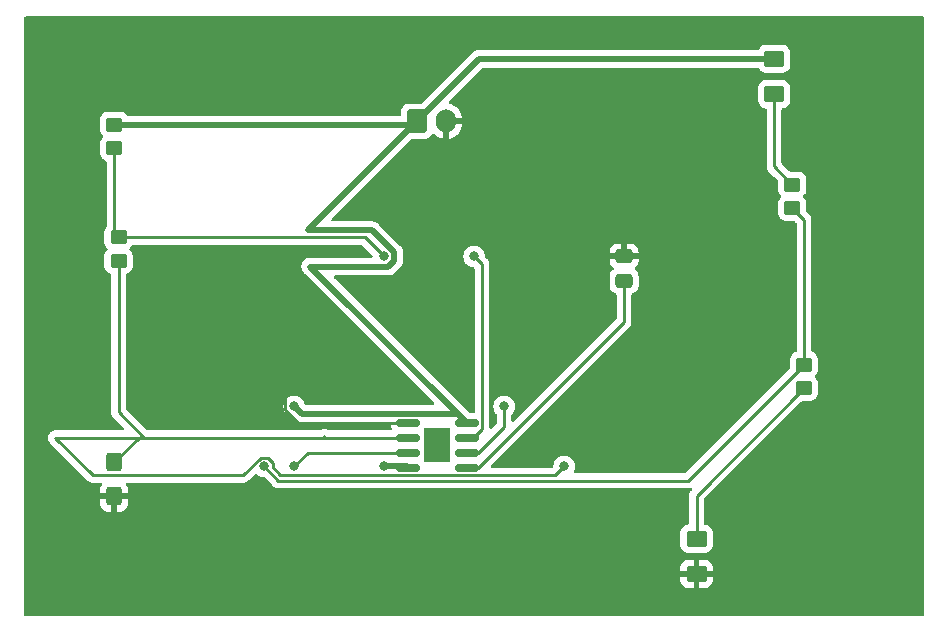
<source format=gbr>
%TF.GenerationSoftware,KiCad,Pcbnew,7.0.8*%
%TF.CreationDate,2023-10-17T13:28:15-07:00*%
%TF.ProjectId,Lab2Main,4c616232-4d61-4696-9e2e-6b696361645f,rev?*%
%TF.SameCoordinates,Original*%
%TF.FileFunction,Copper,L1,Top*%
%TF.FilePolarity,Positive*%
%FSLAX46Y46*%
G04 Gerber Fmt 4.6, Leading zero omitted, Abs format (unit mm)*
G04 Created by KiCad (PCBNEW 7.0.8) date 2023-10-17 13:28:15*
%MOMM*%
%LPD*%
G01*
G04 APERTURE LIST*
G04 Aperture macros list*
%AMRoundRect*
0 Rectangle with rounded corners*
0 $1 Rounding radius*
0 $2 $3 $4 $5 $6 $7 $8 $9 X,Y pos of 4 corners*
0 Add a 4 corners polygon primitive as box body*
4,1,4,$2,$3,$4,$5,$6,$7,$8,$9,$2,$3,0*
0 Add four circle primitives for the rounded corners*
1,1,$1+$1,$2,$3*
1,1,$1+$1,$4,$5*
1,1,$1+$1,$6,$7*
1,1,$1+$1,$8,$9*
0 Add four rect primitives between the rounded corners*
20,1,$1+$1,$2,$3,$4,$5,0*
20,1,$1+$1,$4,$5,$6,$7,0*
20,1,$1+$1,$6,$7,$8,$9,0*
20,1,$1+$1,$8,$9,$2,$3,0*%
G04 Aperture macros list end*
%TA.AperFunction,SMDPad,CuDef*%
%ADD10RoundRect,0.150000X-0.825000X-0.150000X0.825000X-0.150000X0.825000X0.150000X-0.825000X0.150000X0*%
%TD*%
%TA.AperFunction,SMDPad,CuDef*%
%ADD11R,2.290000X3.000000*%
%TD*%
%TA.AperFunction,SMDPad,CuDef*%
%ADD12RoundRect,0.250000X-0.425000X0.537500X-0.425000X-0.537500X0.425000X-0.537500X0.425000X0.537500X0*%
%TD*%
%TA.AperFunction,SMDPad,CuDef*%
%ADD13RoundRect,0.250000X-0.450000X0.350000X-0.450000X-0.350000X0.450000X-0.350000X0.450000X0.350000X0*%
%TD*%
%TA.AperFunction,ComponentPad*%
%ADD14RoundRect,0.250000X-0.600000X-0.750000X0.600000X-0.750000X0.600000X0.750000X-0.600000X0.750000X0*%
%TD*%
%TA.AperFunction,ComponentPad*%
%ADD15O,1.700000X2.000000*%
%TD*%
%TA.AperFunction,SMDPad,CuDef*%
%ADD16RoundRect,0.250001X0.624999X-0.462499X0.624999X0.462499X-0.624999X0.462499X-0.624999X-0.462499X0*%
%TD*%
%TA.AperFunction,SMDPad,CuDef*%
%ADD17RoundRect,0.250000X0.475000X-0.337500X0.475000X0.337500X-0.475000X0.337500X-0.475000X-0.337500X0*%
%TD*%
%TA.AperFunction,ViaPad*%
%ADD18C,0.800000*%
%TD*%
%TA.AperFunction,Conductor*%
%ADD19C,0.254000*%
%TD*%
%TA.AperFunction,Conductor*%
%ADD20C,0.508000*%
%TD*%
G04 APERTURE END LIST*
D10*
%TO.P,U1,1,GND*%
%TO.N,GND*%
X156975000Y-108065000D03*
%TO.P,U1,2,TR*%
%TO.N,/pin_2*%
X156975000Y-109335000D03*
%TO.P,U1,3,Q*%
%TO.N,/pin_3*%
X156975000Y-110605000D03*
%TO.P,U1,4,R*%
%TO.N,+9V*%
X156975000Y-111875000D03*
%TO.P,U1,5,CV*%
%TO.N,Net-(U1-CV)*%
X161925000Y-111875000D03*
%TO.P,U1,6,THR*%
%TO.N,/pin_2*%
X161925000Y-110605000D03*
%TO.P,U1,7,DIS*%
%TO.N,/pin_7*%
X161925000Y-109335000D03*
%TO.P,U1,8,VCC*%
%TO.N,+9V*%
X161925000Y-108065000D03*
D11*
%TO.P,U1,9*%
%TO.N,N/C*%
X159450000Y-109970000D03*
%TD*%
D12*
%TO.P,C1,1*%
%TO.N,/pin_2*%
X132080000Y-111425000D03*
%TO.P,C1,2*%
%TO.N,GND*%
X132080000Y-114300000D03*
%TD*%
D13*
%TO.P,R4,1*%
%TO.N,/pin_3*%
X190500000Y-103140000D03*
%TO.P,R4,2*%
%TO.N,Net-(D2-A)*%
X190500000Y-105140000D03*
%TD*%
D14*
%TO.P,J1,1,Pin_1*%
%TO.N,+9V*%
X157707500Y-82540000D03*
D15*
%TO.P,J1,2,Pin_2*%
%TO.N,GND*%
X160207500Y-82540000D03*
%TD*%
D13*
%TO.P,R3,1*%
%TO.N,Net-(D1-K)*%
X189500000Y-87900000D03*
%TO.P,R3,2*%
%TO.N,/pin_3*%
X189500000Y-89900000D03*
%TD*%
D16*
%TO.P,D1,1,K*%
%TO.N,Net-(D1-K)*%
X187960000Y-80227500D03*
%TO.P,D1,2,A*%
%TO.N,+9V*%
X187960000Y-77252500D03*
%TD*%
%TO.P,D2,1,K*%
%TO.N,GND*%
X181392500Y-120867500D03*
%TO.P,D2,2,A*%
%TO.N,Net-(D2-A)*%
X181392500Y-117892500D03*
%TD*%
D13*
%TO.P,R2,1*%
%TO.N,/pin_7*%
X132455000Y-92355000D03*
%TO.P,R2,2*%
%TO.N,/pin_2*%
X132455000Y-94355000D03*
%TD*%
D17*
%TO.P,C2,1*%
%TO.N,Net-(U1-CV)*%
X175260000Y-96055000D03*
%TO.P,C2,2*%
%TO.N,GND*%
X175260000Y-93980000D03*
%TD*%
D13*
%TO.P,R1,1*%
%TO.N,+9V*%
X132080000Y-82820000D03*
%TO.P,R1,2*%
%TO.N,/pin_7*%
X132080000Y-84820000D03*
%TD*%
D18*
%TO.N,/pin_2*%
X165100000Y-106680000D03*
X170180000Y-111760000D03*
%TO.N,GND*%
X167640000Y-99060000D03*
X147320000Y-101600000D03*
%TO.N,+9V*%
X147320000Y-106680000D03*
X154940000Y-111760000D03*
%TO.N,/pin_7*%
X162560000Y-93980000D03*
X154940000Y-93980000D03*
%TO.N,/pin_3*%
X147320000Y-111760000D03*
X144780000Y-111760000D03*
%TD*%
D19*
%TO.N,/pin_2*%
X132455000Y-94355000D02*
X132455000Y-107170000D01*
X162900000Y-110605000D02*
X161925000Y-110605000D01*
X145081134Y-111033000D02*
X145507000Y-111458866D01*
X132080000Y-111425000D02*
X134170000Y-109335000D01*
X143009866Y-112502000D02*
X144478866Y-111033000D01*
X144478866Y-111033000D02*
X145081134Y-111033000D01*
X165100000Y-106680000D02*
X165100000Y-108405000D01*
X132455000Y-107170000D02*
X134620000Y-109335000D01*
X169438000Y-112502000D02*
X170180000Y-111760000D01*
X149745000Y-109335000D02*
X149860000Y-109220000D01*
X165100000Y-108405000D02*
X162900000Y-110605000D01*
X146164052Y-112502000D02*
X169438000Y-112502000D01*
X145507000Y-111458866D02*
X145507000Y-111844948D01*
X145507000Y-111844948D02*
X146164052Y-112502000D01*
X156975000Y-109335000D02*
X127115000Y-109335000D01*
X134620000Y-109335000D02*
X149745000Y-109335000D01*
X130282000Y-112502000D02*
X143009866Y-112502000D01*
X127115000Y-109335000D02*
X130282000Y-112502000D01*
X134170000Y-109335000D02*
X134620000Y-109335000D01*
%TO.N,GND*%
X147676866Y-108065000D02*
X146593000Y-106981134D01*
X146593000Y-106981134D02*
X146593000Y-102327000D01*
X156975000Y-108065000D02*
X147676866Y-108065000D01*
X146593000Y-102327000D02*
X147320000Y-101600000D01*
%TO.N,Net-(U1-CV)*%
X162900000Y-111875000D02*
X161925000Y-111875000D01*
X175260000Y-99515000D02*
X162900000Y-111875000D01*
X175260000Y-96055000D02*
X175260000Y-99515000D01*
%TO.N,Net-(D1-K)*%
X187960000Y-86360000D02*
X189500000Y-87900000D01*
X187960000Y-80227500D02*
X187960000Y-86360000D01*
D20*
%TO.N,+9V*%
X157427500Y-82820000D02*
X157707500Y-82540000D01*
X154940000Y-111760000D02*
X156860000Y-111760000D01*
X147951000Y-107311000D02*
X147320000Y-106680000D01*
X187960000Y-77252500D02*
X162995000Y-77252500D01*
X153941739Y-91774000D02*
X155794000Y-93626261D01*
X155794000Y-93626261D02*
X155794000Y-94333739D01*
X155794000Y-94333739D02*
X155293739Y-94834000D01*
X132080000Y-82820000D02*
X157427500Y-82820000D01*
X162995000Y-77252500D02*
X157707500Y-82540000D01*
X148694000Y-94834000D02*
X161925000Y-108065000D01*
X161171000Y-107311000D02*
X147951000Y-107311000D01*
X148473500Y-91774000D02*
X153941739Y-91774000D01*
X155293739Y-94834000D02*
X148694000Y-94834000D01*
X161925000Y-108065000D02*
X161171000Y-107311000D01*
X156860000Y-111760000D02*
X156975000Y-111875000D01*
X157707500Y-82540000D02*
X148473500Y-91774000D01*
D19*
%TO.N,Net-(D2-A)*%
X181392500Y-114247500D02*
X190500000Y-105140000D01*
X181392500Y-117892500D02*
X181392500Y-114247500D01*
%TO.N,/pin_7*%
X163227000Y-94647000D02*
X163227000Y-108553000D01*
X132455000Y-92355000D02*
X153315000Y-92355000D01*
X153315000Y-92355000D02*
X154940000Y-93980000D01*
X162445000Y-109335000D02*
X161925000Y-109335000D01*
X132080000Y-91980000D02*
X132455000Y-92355000D01*
X163227000Y-108553000D02*
X162445000Y-109335000D01*
X132080000Y-84820000D02*
X132080000Y-91980000D01*
X162560000Y-93980000D02*
X163227000Y-94647000D01*
%TO.N,/pin_3*%
X190500000Y-103140000D02*
X180684000Y-112956000D01*
X190500000Y-103140000D02*
X190500000Y-90900000D01*
X190500000Y-90900000D02*
X189500000Y-89900000D01*
X147320000Y-111760000D02*
X148475000Y-110605000D01*
X180684000Y-112956000D02*
X145976000Y-112956000D01*
X148475000Y-110605000D02*
X156975000Y-110605000D01*
X145976000Y-112956000D02*
X144780000Y-111760000D01*
%TD*%
%TA.AperFunction,Conductor*%
%TO.N,GND*%
G36*
X153070758Y-93002185D02*
G01*
X153091400Y-93018819D01*
X153940400Y-93867819D01*
X153973885Y-93929142D01*
X153968901Y-93998834D01*
X153927029Y-94054767D01*
X153861565Y-94079184D01*
X153852719Y-94079500D01*
X148783753Y-94079500D01*
X148767405Y-94077829D01*
X148767401Y-94077883D01*
X148760210Y-94077253D01*
X148683018Y-94079500D01*
X148650059Y-94079500D01*
X148650053Y-94079500D01*
X148650046Y-94079501D01*
X148641806Y-94080463D01*
X148636421Y-94080855D01*
X148583906Y-94082383D01*
X148583903Y-94082384D01*
X148560532Y-94088646D01*
X148542840Y-94092031D01*
X148518817Y-94094839D01*
X148518813Y-94094840D01*
X148469452Y-94112806D01*
X148464293Y-94114433D01*
X148413537Y-94128034D01*
X148413535Y-94128034D01*
X148392247Y-94139513D01*
X148375812Y-94146888D01*
X148353074Y-94155164D01*
X148309180Y-94184034D01*
X148304535Y-94186806D01*
X148258293Y-94211741D01*
X148258289Y-94211744D01*
X148240221Y-94227823D01*
X148225931Y-94238788D01*
X148205718Y-94252083D01*
X148205712Y-94252087D01*
X148169651Y-94290306D01*
X148165774Y-94294072D01*
X148126534Y-94328995D01*
X148126533Y-94328996D01*
X148112656Y-94348814D01*
X148101282Y-94362776D01*
X148084679Y-94380374D01*
X148084676Y-94380378D01*
X148058405Y-94425881D01*
X148055499Y-94430442D01*
X148025366Y-94473479D01*
X148016437Y-94495955D01*
X148008587Y-94512170D01*
X147996492Y-94533119D01*
X147996491Y-94533120D01*
X147981418Y-94583463D01*
X147979642Y-94588571D01*
X147960247Y-94637393D01*
X147960246Y-94637397D01*
X147956740Y-94661332D01*
X147952842Y-94678917D01*
X147945905Y-94702088D01*
X147945904Y-94702095D01*
X147942849Y-94754534D01*
X147942299Y-94759913D01*
X147934684Y-94811907D01*
X147934684Y-94811911D01*
X147936792Y-94836008D01*
X147937055Y-94854016D01*
X147935649Y-94878171D01*
X147944770Y-94929901D01*
X147945476Y-94935265D01*
X147950056Y-94987608D01*
X147950057Y-94987615D01*
X147957667Y-95010581D01*
X147962076Y-95028045D01*
X147966276Y-95051866D01*
X147978169Y-95079437D01*
X147987089Y-95100116D01*
X147989008Y-95105159D01*
X148005535Y-95155035D01*
X148005536Y-95155036D01*
X148018236Y-95175625D01*
X148026553Y-95191603D01*
X148036136Y-95213819D01*
X148067508Y-95255960D01*
X148070546Y-95260436D01*
X148098130Y-95305154D01*
X148115232Y-95322256D01*
X148127016Y-95335891D01*
X148141461Y-95355294D01*
X148181706Y-95389064D01*
X148185696Y-95392720D01*
X159137795Y-106344819D01*
X159171280Y-106406142D01*
X159166296Y-106475834D01*
X159124424Y-106531767D01*
X159058960Y-106556184D01*
X159050114Y-106556500D01*
X148316806Y-106556500D01*
X148249767Y-106536815D01*
X148204012Y-106484011D01*
X148198875Y-106470818D01*
X148147181Y-106311722D01*
X148147180Y-106311721D01*
X148147179Y-106311716D01*
X148052533Y-106147784D01*
X147925871Y-106007112D01*
X147925870Y-106007111D01*
X147772734Y-105895851D01*
X147772729Y-105895848D01*
X147599807Y-105818857D01*
X147599802Y-105818855D01*
X147454001Y-105787865D01*
X147414646Y-105779500D01*
X147225354Y-105779500D01*
X147192897Y-105786398D01*
X147040197Y-105818855D01*
X147040192Y-105818857D01*
X146867270Y-105895848D01*
X146867265Y-105895851D01*
X146714129Y-106007111D01*
X146587466Y-106147785D01*
X146492821Y-106311715D01*
X146492818Y-106311722D01*
X146434327Y-106491740D01*
X146434326Y-106491744D01*
X146414540Y-106680000D01*
X146434326Y-106868256D01*
X146434327Y-106868259D01*
X146492818Y-107048277D01*
X146492821Y-107048284D01*
X146587467Y-107212216D01*
X146714129Y-107352888D01*
X146867265Y-107464148D01*
X146867270Y-107464151D01*
X147040191Y-107541142D01*
X147040193Y-107541142D01*
X147040197Y-107541144D01*
X147098148Y-107553461D01*
X147159627Y-107586653D01*
X147160046Y-107587070D01*
X147372234Y-107799258D01*
X147384015Y-107812890D01*
X147398461Y-107832294D01*
X147438715Y-107866071D01*
X147442687Y-107869711D01*
X147448559Y-107875583D01*
X147474415Y-107896027D01*
X147533572Y-107945667D01*
X147539609Y-107949637D01*
X147539579Y-107949682D01*
X147546038Y-107953796D01*
X147546067Y-107953750D01*
X147552206Y-107957537D01*
X147552209Y-107957539D01*
X147622191Y-107990172D01*
X147691189Y-108024824D01*
X147691194Y-108024825D01*
X147697979Y-108027295D01*
X147697960Y-108027347D01*
X147705185Y-108029858D01*
X147705203Y-108029807D01*
X147712062Y-108032080D01*
X147744219Y-108038719D01*
X147787689Y-108047695D01*
X147862812Y-108065500D01*
X147862815Y-108065500D01*
X147869986Y-108066339D01*
X147869979Y-108066392D01*
X147877594Y-108067170D01*
X147877599Y-108067117D01*
X147884789Y-108067746D01*
X147884793Y-108067745D01*
X147884794Y-108067746D01*
X147961982Y-108065500D01*
X155376000Y-108065500D01*
X155443039Y-108085185D01*
X155488794Y-108137989D01*
X155500000Y-108189500D01*
X155500000Y-108280644D01*
X155502899Y-108317489D01*
X155502900Y-108317495D01*
X155548716Y-108475193D01*
X155548717Y-108475196D01*
X155575438Y-108520379D01*
X155592621Y-108588103D01*
X155570461Y-108654366D01*
X155515995Y-108698129D01*
X155468706Y-108707500D01*
X150266119Y-108707500D01*
X150209826Y-108693985D01*
X150074247Y-108624905D01*
X150074245Y-108624904D01*
X150074244Y-108624904D01*
X150023275Y-108613511D01*
X149919523Y-108590320D01*
X149919520Y-108590320D01*
X149761056Y-108595299D01*
X149608813Y-108639529D01*
X149608808Y-108639531D01*
X149555292Y-108671181D01*
X149527166Y-108687815D01*
X149523079Y-108690232D01*
X149459958Y-108707500D01*
X134931281Y-108707500D01*
X134864242Y-108687815D01*
X134843600Y-108671181D01*
X133118819Y-106946400D01*
X133085334Y-106885077D01*
X133082500Y-106858719D01*
X133082500Y-95526353D01*
X133102185Y-95459314D01*
X133154989Y-95413559D01*
X133167482Y-95408652D01*
X133224334Y-95389814D01*
X133373656Y-95297712D01*
X133497712Y-95173656D01*
X133589814Y-95024334D01*
X133644999Y-94857797D01*
X133655500Y-94755009D01*
X133655499Y-93954992D01*
X133652858Y-93929142D01*
X133644999Y-93852203D01*
X133644998Y-93852200D01*
X133624965Y-93791744D01*
X133589814Y-93685666D01*
X133497712Y-93536344D01*
X133404049Y-93442681D01*
X133370564Y-93381358D01*
X133375548Y-93311666D01*
X133404049Y-93267319D01*
X133450553Y-93220815D01*
X133497712Y-93173656D01*
X133579285Y-93041403D01*
X133631233Y-92994679D01*
X133684824Y-92982500D01*
X153003719Y-92982500D01*
X153070758Y-93002185D01*
G37*
%TD.AperFunction*%
%TA.AperFunction,Conductor*%
G36*
X200603039Y-73679685D02*
G01*
X200648794Y-73732489D01*
X200660000Y-73784000D01*
X200660000Y-124336000D01*
X200640315Y-124403039D01*
X200587511Y-124448794D01*
X200536000Y-124460000D01*
X124584000Y-124460000D01*
X124516961Y-124440315D01*
X124471206Y-124387511D01*
X124460000Y-124336000D01*
X124460000Y-121117500D01*
X180017500Y-121117500D01*
X180017500Y-121379985D01*
X180027993Y-121482689D01*
X180027994Y-121482696D01*
X180083141Y-121649118D01*
X180083143Y-121649123D01*
X180175184Y-121798344D01*
X180299155Y-121922315D01*
X180448376Y-122014356D01*
X180448381Y-122014358D01*
X180614803Y-122069505D01*
X180614810Y-122069506D01*
X180717514Y-122079999D01*
X180717527Y-122080000D01*
X181142500Y-122080000D01*
X181142500Y-121117500D01*
X181642500Y-121117500D01*
X181642500Y-122080000D01*
X182067473Y-122080000D01*
X182067485Y-122079999D01*
X182170189Y-122069506D01*
X182170196Y-122069505D01*
X182336618Y-122014358D01*
X182336623Y-122014356D01*
X182485844Y-121922315D01*
X182609815Y-121798344D01*
X182701856Y-121649123D01*
X182701858Y-121649118D01*
X182757005Y-121482696D01*
X182757006Y-121482689D01*
X182767499Y-121379985D01*
X182767500Y-121379972D01*
X182767500Y-121117500D01*
X181642500Y-121117500D01*
X181142500Y-121117500D01*
X180017500Y-121117500D01*
X124460000Y-121117500D01*
X124460000Y-120617500D01*
X180017500Y-120617500D01*
X181142500Y-120617500D01*
X181142500Y-119655000D01*
X181642500Y-119655000D01*
X181642500Y-120617500D01*
X182767500Y-120617500D01*
X182767500Y-120355027D01*
X182767499Y-120355014D01*
X182757006Y-120252310D01*
X182757005Y-120252303D01*
X182701858Y-120085881D01*
X182701856Y-120085876D01*
X182609815Y-119936655D01*
X182485844Y-119812684D01*
X182336623Y-119720643D01*
X182336618Y-119720641D01*
X182170196Y-119665494D01*
X182170189Y-119665493D01*
X182067485Y-119655000D01*
X181642500Y-119655000D01*
X181142500Y-119655000D01*
X180717514Y-119655000D01*
X180614810Y-119665493D01*
X180614803Y-119665494D01*
X180448381Y-119720641D01*
X180448376Y-119720643D01*
X180299155Y-119812684D01*
X180175184Y-119936655D01*
X180083143Y-120085876D01*
X180083141Y-120085881D01*
X180027994Y-120252303D01*
X180027993Y-120252310D01*
X180017500Y-120355014D01*
X180017500Y-120617500D01*
X124460000Y-120617500D01*
X124460000Y-114550000D01*
X130905001Y-114550000D01*
X130905001Y-114887486D01*
X130915494Y-114990197D01*
X130970641Y-115156619D01*
X130970643Y-115156624D01*
X131062684Y-115305845D01*
X131186654Y-115429815D01*
X131335875Y-115521856D01*
X131335880Y-115521858D01*
X131502302Y-115577005D01*
X131502309Y-115577006D01*
X131605019Y-115587499D01*
X131829999Y-115587499D01*
X131830000Y-115587498D01*
X131830000Y-114550000D01*
X132330000Y-114550000D01*
X132330000Y-115587499D01*
X132554972Y-115587499D01*
X132554986Y-115587498D01*
X132657697Y-115577005D01*
X132824119Y-115521858D01*
X132824124Y-115521856D01*
X132973345Y-115429815D01*
X133097315Y-115305845D01*
X133189356Y-115156624D01*
X133189358Y-115156619D01*
X133244505Y-114990197D01*
X133244506Y-114990190D01*
X133254999Y-114887486D01*
X133255000Y-114887473D01*
X133255000Y-114550000D01*
X132330000Y-114550000D01*
X131830000Y-114550000D01*
X130905001Y-114550000D01*
X124460000Y-114550000D01*
X124460000Y-109295287D01*
X126483760Y-109295287D01*
X126488118Y-109364549D01*
X126490298Y-109433943D01*
X126491519Y-109441648D01*
X126491242Y-109441691D01*
X126491977Y-109445901D01*
X126492253Y-109445849D01*
X126493715Y-109453511D01*
X126493715Y-109453513D01*
X126493716Y-109453516D01*
X126507820Y-109496927D01*
X126515159Y-109519514D01*
X126534531Y-109586189D01*
X126537628Y-109593345D01*
X126537369Y-109593456D01*
X126539133Y-109597362D01*
X126539388Y-109597243D01*
X126542709Y-109604300D01*
X126579897Y-109662899D01*
X126615237Y-109722656D01*
X126615240Y-109722659D01*
X126620020Y-109728822D01*
X126619796Y-109728995D01*
X126622471Y-109732334D01*
X126622689Y-109732154D01*
X126627657Y-109738159D01*
X126678258Y-109785677D01*
X129779624Y-112887043D01*
X129789471Y-112899333D01*
X129789689Y-112899154D01*
X129794657Y-112905160D01*
X129845257Y-112952677D01*
X129866201Y-112973620D01*
X129866207Y-112973626D01*
X129871697Y-112977883D01*
X129876148Y-112981684D01*
X129910235Y-113013695D01*
X129910237Y-113013696D01*
X129927867Y-113023387D01*
X129944135Y-113034072D01*
X129960038Y-113046408D01*
X129960040Y-113046409D01*
X129960042Y-113046410D01*
X129981380Y-113055643D01*
X130002943Y-113064974D01*
X130008190Y-113067545D01*
X130016703Y-113072225D01*
X130049166Y-113090072D01*
X130068667Y-113095079D01*
X130087065Y-113101378D01*
X130105541Y-113109373D01*
X130151740Y-113116690D01*
X130157414Y-113117865D01*
X130202728Y-113129500D01*
X130222864Y-113129500D01*
X130242263Y-113131027D01*
X130262133Y-113134174D01*
X130308671Y-113129774D01*
X130314508Y-113129500D01*
X130942069Y-113129500D01*
X131009108Y-113149185D01*
X131054863Y-113201989D01*
X131064807Y-113271147D01*
X131047608Y-113318597D01*
X130970643Y-113443375D01*
X130970641Y-113443380D01*
X130915494Y-113609802D01*
X130915493Y-113609809D01*
X130905000Y-113712513D01*
X130905000Y-114050000D01*
X133254999Y-114050000D01*
X133254999Y-113712528D01*
X133254998Y-113712513D01*
X133244505Y-113609802D01*
X133189358Y-113443380D01*
X133189356Y-113443375D01*
X133112392Y-113318597D01*
X133093952Y-113251204D01*
X133114875Y-113184541D01*
X133168517Y-113139771D01*
X133217931Y-113129500D01*
X142926899Y-113129500D01*
X142942547Y-113131227D01*
X142942574Y-113130946D01*
X142950341Y-113131680D01*
X142950342Y-113131679D01*
X142950343Y-113131680D01*
X143019726Y-113129500D01*
X143049342Y-113129500D01*
X143056244Y-113128627D01*
X143062056Y-113128169D01*
X143108809Y-113126701D01*
X143128138Y-113121084D01*
X143147194Y-113117137D01*
X143167159Y-113114616D01*
X143210636Y-113097401D01*
X143216142Y-113095516D01*
X143261057Y-113082468D01*
X143278381Y-113072221D01*
X143295849Y-113063663D01*
X143314569Y-113056253D01*
X143352408Y-113028759D01*
X143357257Y-113025574D01*
X143397522Y-113001763D01*
X143411763Y-112987520D01*
X143426544Y-112974897D01*
X143442833Y-112963063D01*
X143442835Y-112963059D01*
X143442837Y-112963059D01*
X143454711Y-112948703D01*
X143472642Y-112927028D01*
X143476555Y-112922728D01*
X143983310Y-112415973D01*
X144044631Y-112382490D01*
X144114323Y-112387474D01*
X144163138Y-112420682D01*
X144174127Y-112432886D01*
X144174130Y-112432889D01*
X144327265Y-112544148D01*
X144327270Y-112544151D01*
X144500192Y-112621142D01*
X144500197Y-112621144D01*
X144685354Y-112660500D01*
X144741719Y-112660500D01*
X144808758Y-112680185D01*
X144829400Y-112696819D01*
X145473624Y-113341043D01*
X145483471Y-113353333D01*
X145483689Y-113353154D01*
X145488657Y-113359160D01*
X145539257Y-113406677D01*
X145560201Y-113427620D01*
X145560207Y-113427626D01*
X145565697Y-113431883D01*
X145570148Y-113435684D01*
X145604235Y-113467695D01*
X145604237Y-113467696D01*
X145621867Y-113477387D01*
X145638135Y-113488072D01*
X145654038Y-113500408D01*
X145654040Y-113500409D01*
X145654042Y-113500410D01*
X145675380Y-113509643D01*
X145696943Y-113518974D01*
X145702190Y-113521545D01*
X145723734Y-113533389D01*
X145743166Y-113544072D01*
X145762667Y-113549079D01*
X145781065Y-113555378D01*
X145799541Y-113563373D01*
X145845740Y-113570690D01*
X145851414Y-113571865D01*
X145896728Y-113583500D01*
X145916864Y-113583500D01*
X145936263Y-113585027D01*
X145956133Y-113588174D01*
X146002670Y-113583774D01*
X146008507Y-113583500D01*
X180601033Y-113583500D01*
X180616681Y-113585227D01*
X180616708Y-113584946D01*
X180624475Y-113585680D01*
X180624476Y-113585679D01*
X180624477Y-113585680D01*
X180693860Y-113583500D01*
X180723476Y-113583500D01*
X180730378Y-113582627D01*
X180736190Y-113582169D01*
X180782943Y-113580701D01*
X180802272Y-113575084D01*
X180821328Y-113571137D01*
X180841293Y-113568616D01*
X180847498Y-113566158D01*
X180917075Y-113559780D01*
X180979057Y-113592031D01*
X181013762Y-113652672D01*
X181010174Y-113722449D01*
X180983539Y-113766335D01*
X180941822Y-113810758D01*
X180920875Y-113831705D01*
X180916606Y-113837209D01*
X180912815Y-113841647D01*
X180880808Y-113875730D01*
X180880805Y-113875734D01*
X180871106Y-113893377D01*
X180860428Y-113909633D01*
X180848094Y-113925534D01*
X180848089Y-113925542D01*
X180829525Y-113968443D01*
X180826954Y-113973691D01*
X180804427Y-114014667D01*
X180799420Y-114034168D01*
X180793121Y-114052564D01*
X180786393Y-114068112D01*
X180785125Y-114071044D01*
X180785124Y-114071046D01*
X180777812Y-114117216D01*
X180776627Y-114122938D01*
X180765000Y-114168223D01*
X180765000Y-114188358D01*
X180763473Y-114207757D01*
X180760325Y-114227631D01*
X180764725Y-114274177D01*
X180765000Y-114280015D01*
X180765000Y-116562668D01*
X180745315Y-116629707D01*
X180692511Y-116675462D01*
X180653605Y-116686026D01*
X180614704Y-116690000D01*
X180614703Y-116690001D01*
X180448164Y-116745186D01*
X180448162Y-116745187D01*
X180298848Y-116837286D01*
X180298844Y-116837289D01*
X180174789Y-116961344D01*
X180174786Y-116961348D01*
X180082687Y-117110662D01*
X180082686Y-117110664D01*
X180027501Y-117277203D01*
X180027500Y-117277204D01*
X180017000Y-117379984D01*
X180017000Y-118405015D01*
X180027500Y-118507795D01*
X180027501Y-118507796D01*
X180082686Y-118674335D01*
X180082687Y-118674337D01*
X180174786Y-118823651D01*
X180174789Y-118823655D01*
X180298844Y-118947710D01*
X180298848Y-118947713D01*
X180448162Y-119039812D01*
X180448164Y-119039813D01*
X180448166Y-119039814D01*
X180614703Y-119094999D01*
X180717492Y-119105500D01*
X180717497Y-119105500D01*
X182067503Y-119105500D01*
X182067508Y-119105500D01*
X182170297Y-119094999D01*
X182336834Y-119039814D01*
X182486155Y-118947711D01*
X182610211Y-118823655D01*
X182702314Y-118674334D01*
X182757499Y-118507797D01*
X182768000Y-118405008D01*
X182768000Y-117379992D01*
X182757499Y-117277203D01*
X182702314Y-117110666D01*
X182610211Y-116961345D01*
X182486155Y-116837289D01*
X182486151Y-116837286D01*
X182336837Y-116745187D01*
X182336835Y-116745186D01*
X182253565Y-116717593D01*
X182170297Y-116690001D01*
X182170295Y-116690000D01*
X182131395Y-116686026D01*
X182066704Y-116659628D01*
X182026554Y-116602447D01*
X182020000Y-116562668D01*
X182020000Y-114558780D01*
X182039685Y-114491741D01*
X182056314Y-114471104D01*
X190250600Y-106276817D01*
X190311923Y-106243333D01*
X190338281Y-106240499D01*
X191000002Y-106240499D01*
X191000008Y-106240499D01*
X191102797Y-106229999D01*
X191269334Y-106174814D01*
X191418656Y-106082712D01*
X191542712Y-105958656D01*
X191634814Y-105809334D01*
X191689999Y-105642797D01*
X191700500Y-105540009D01*
X191700499Y-104739992D01*
X191689999Y-104637203D01*
X191634814Y-104470666D01*
X191542712Y-104321344D01*
X191449049Y-104227681D01*
X191415564Y-104166358D01*
X191420548Y-104096666D01*
X191449049Y-104052319D01*
X191542712Y-103958656D01*
X191634814Y-103809334D01*
X191689999Y-103642797D01*
X191700500Y-103540009D01*
X191700499Y-102739992D01*
X191689999Y-102637203D01*
X191634814Y-102470666D01*
X191542712Y-102321344D01*
X191418656Y-102197288D01*
X191269334Y-102105186D01*
X191269332Y-102105185D01*
X191269330Y-102105184D01*
X191269329Y-102105183D01*
X191212495Y-102086350D01*
X191155050Y-102046577D01*
X191128228Y-101982061D01*
X191127500Y-101968645D01*
X191127500Y-90982964D01*
X191129228Y-90967313D01*
X191128946Y-90967287D01*
X191129680Y-90959524D01*
X191127500Y-90890140D01*
X191127500Y-90860530D01*
X191127500Y-90860524D01*
X191126626Y-90853607D01*
X191126169Y-90847792D01*
X191124701Y-90801060D01*
X191124701Y-90801058D01*
X191119080Y-90781711D01*
X191115137Y-90762665D01*
X191112616Y-90742707D01*
X191095402Y-90699230D01*
X191093518Y-90693726D01*
X191080469Y-90648809D01*
X191070213Y-90631467D01*
X191061662Y-90614010D01*
X191054253Y-90595297D01*
X191026772Y-90557473D01*
X191023568Y-90552595D01*
X190999764Y-90512345D01*
X190999760Y-90512340D01*
X190985531Y-90498112D01*
X190972896Y-90483320D01*
X190961063Y-90467033D01*
X190961060Y-90467031D01*
X190961060Y-90467030D01*
X190961059Y-90467029D01*
X190925035Y-90437228D01*
X190920713Y-90433294D01*
X190736818Y-90249399D01*
X190703333Y-90188076D01*
X190700499Y-90161718D01*
X190700499Y-89499998D01*
X190700498Y-89499981D01*
X190689999Y-89397203D01*
X190689998Y-89397200D01*
X190634814Y-89230666D01*
X190542712Y-89081344D01*
X190449049Y-88987681D01*
X190415564Y-88926358D01*
X190420548Y-88856666D01*
X190449049Y-88812319D01*
X190542712Y-88718656D01*
X190634814Y-88569334D01*
X190689999Y-88402797D01*
X190700500Y-88300009D01*
X190700499Y-87499992D01*
X190689999Y-87397203D01*
X190634814Y-87230666D01*
X190542712Y-87081344D01*
X190418656Y-86957288D01*
X190269334Y-86865186D01*
X190102797Y-86810001D01*
X190102795Y-86810000D01*
X190000016Y-86799500D01*
X190000009Y-86799500D01*
X189338281Y-86799500D01*
X189271242Y-86779815D01*
X189250600Y-86763181D01*
X188623819Y-86136400D01*
X188590334Y-86075077D01*
X188587500Y-86048719D01*
X188587500Y-81557331D01*
X188607185Y-81490292D01*
X188659989Y-81444537D01*
X188698898Y-81433973D01*
X188704305Y-81433420D01*
X188737797Y-81429999D01*
X188904334Y-81374814D01*
X189053655Y-81282711D01*
X189177711Y-81158655D01*
X189269814Y-81009334D01*
X189324999Y-80842797D01*
X189335500Y-80740008D01*
X189335500Y-79714992D01*
X189324999Y-79612203D01*
X189269814Y-79445666D01*
X189177711Y-79296345D01*
X189053655Y-79172289D01*
X189053651Y-79172286D01*
X188904337Y-79080187D01*
X188904335Y-79080186D01*
X188821065Y-79052593D01*
X188737797Y-79025001D01*
X188737795Y-79025000D01*
X188635015Y-79014500D01*
X188635008Y-79014500D01*
X187284992Y-79014500D01*
X187284984Y-79014500D01*
X187182204Y-79025000D01*
X187182203Y-79025001D01*
X187015664Y-79080186D01*
X187015662Y-79080187D01*
X186866348Y-79172286D01*
X186866344Y-79172289D01*
X186742289Y-79296344D01*
X186742286Y-79296348D01*
X186650187Y-79445662D01*
X186650186Y-79445664D01*
X186595001Y-79612203D01*
X186595000Y-79612204D01*
X186584500Y-79714984D01*
X186584500Y-80740015D01*
X186595000Y-80842795D01*
X186595001Y-80842796D01*
X186650186Y-81009335D01*
X186650187Y-81009337D01*
X186742286Y-81158651D01*
X186742289Y-81158655D01*
X186866344Y-81282710D01*
X186866348Y-81282713D01*
X187015662Y-81374812D01*
X187015664Y-81374813D01*
X187015666Y-81374814D01*
X187182203Y-81429999D01*
X187213517Y-81433198D01*
X187221102Y-81433973D01*
X187285794Y-81460369D01*
X187325946Y-81517550D01*
X187332500Y-81557331D01*
X187332500Y-86277032D01*
X187330772Y-86292681D01*
X187331054Y-86292708D01*
X187330319Y-86300475D01*
X187332500Y-86369859D01*
X187332500Y-86399477D01*
X187333371Y-86406380D01*
X187333829Y-86412199D01*
X187335298Y-86458942D01*
X187340916Y-86478275D01*
X187344862Y-86497329D01*
X187347383Y-86517287D01*
X187347386Y-86517299D01*
X187364595Y-86560765D01*
X187366487Y-86566293D01*
X187379530Y-86611187D01*
X187379530Y-86611188D01*
X187389777Y-86628515D01*
X187398335Y-86645985D01*
X187405745Y-86664701D01*
X187433229Y-86702529D01*
X187436437Y-86707413D01*
X187460234Y-86747652D01*
X187460240Y-86747660D01*
X187474469Y-86761888D01*
X187487109Y-86776687D01*
X187498934Y-86792964D01*
X187498936Y-86792965D01*
X187498937Y-86792967D01*
X187519528Y-86810001D01*
X187534957Y-86822765D01*
X187539268Y-86826687D01*
X187943244Y-87230663D01*
X188263181Y-87550600D01*
X188296666Y-87611923D01*
X188299500Y-87638281D01*
X188299500Y-88300001D01*
X188299501Y-88300019D01*
X188310000Y-88402796D01*
X188310001Y-88402799D01*
X188365185Y-88569331D01*
X188365187Y-88569336D01*
X188457289Y-88718657D01*
X188550951Y-88812319D01*
X188584436Y-88873642D01*
X188579452Y-88943334D01*
X188550951Y-88987681D01*
X188457289Y-89081342D01*
X188365187Y-89230663D01*
X188365186Y-89230666D01*
X188310001Y-89397203D01*
X188310001Y-89397204D01*
X188310000Y-89397204D01*
X188299500Y-89499983D01*
X188299500Y-90300001D01*
X188299501Y-90300019D01*
X188310000Y-90402796D01*
X188310001Y-90402799D01*
X188359637Y-90552588D01*
X188365186Y-90569334D01*
X188457288Y-90718656D01*
X188581344Y-90842712D01*
X188730666Y-90934814D01*
X188897203Y-90989999D01*
X188999991Y-91000500D01*
X189661718Y-91000499D01*
X189728757Y-91020183D01*
X189749399Y-91036818D01*
X189836181Y-91123600D01*
X189869666Y-91184923D01*
X189872500Y-91211281D01*
X189872500Y-101968645D01*
X189852815Y-102035684D01*
X189800011Y-102081439D01*
X189787505Y-102086350D01*
X189730670Y-102105183D01*
X189730669Y-102105184D01*
X189581342Y-102197289D01*
X189457289Y-102321342D01*
X189365187Y-102470663D01*
X189365186Y-102470666D01*
X189310001Y-102637203D01*
X189310001Y-102637204D01*
X189310000Y-102637204D01*
X189299500Y-102739983D01*
X189299500Y-103401718D01*
X189279815Y-103468757D01*
X189263181Y-103489399D01*
X180460400Y-112292181D01*
X180399077Y-112325666D01*
X180372719Y-112328500D01*
X171106358Y-112328500D01*
X171039319Y-112308815D01*
X170993564Y-112256011D01*
X170983620Y-112186853D01*
X170998971Y-112142500D01*
X171007179Y-112128284D01*
X171065674Y-111948256D01*
X171085460Y-111760000D01*
X171065674Y-111571744D01*
X171007179Y-111391716D01*
X170912533Y-111227784D01*
X170785871Y-111087112D01*
X170785870Y-111087111D01*
X170632734Y-110975851D01*
X170632729Y-110975848D01*
X170459807Y-110898857D01*
X170459802Y-110898855D01*
X170314001Y-110867865D01*
X170274646Y-110859500D01*
X170085354Y-110859500D01*
X170052897Y-110866398D01*
X169900197Y-110898855D01*
X169900192Y-110898857D01*
X169727270Y-110975848D01*
X169727265Y-110975851D01*
X169574129Y-111087111D01*
X169447466Y-111227785D01*
X169352821Y-111391715D01*
X169352818Y-111391722D01*
X169297751Y-111561202D01*
X169294326Y-111571744D01*
X169280448Y-111703787D01*
X169277011Y-111736489D01*
X169250426Y-111801103D01*
X169241373Y-111811207D01*
X169214401Y-111838180D01*
X169153078Y-111871666D01*
X169126718Y-111874500D01*
X164087281Y-111874500D01*
X164020242Y-111854815D01*
X163974487Y-111802011D01*
X163964543Y-111732853D01*
X163993568Y-111669297D01*
X163999600Y-111662819D01*
X166905531Y-108756888D01*
X175645043Y-100017374D01*
X175657325Y-100007537D01*
X175657144Y-100007318D01*
X175663156Y-100002343D01*
X175663162Y-100002340D01*
X175686919Y-99977040D01*
X175710677Y-99951742D01*
X175721149Y-99941269D01*
X175731624Y-99930795D01*
X175735895Y-99925288D01*
X175739675Y-99920860D01*
X175771693Y-99886767D01*
X175781388Y-99869130D01*
X175792072Y-99852863D01*
X175804408Y-99836962D01*
X175822976Y-99794051D01*
X175825542Y-99788814D01*
X175848071Y-99747835D01*
X175848072Y-99747834D01*
X175853078Y-99728334D01*
X175859376Y-99709936D01*
X175867374Y-99691458D01*
X175874688Y-99645276D01*
X175875870Y-99639565D01*
X175887500Y-99594272D01*
X175887500Y-99574141D01*
X175889027Y-99554741D01*
X175892175Y-99534867D01*
X175887775Y-99488321D01*
X175887500Y-99482483D01*
X175887500Y-97222138D01*
X175907185Y-97155099D01*
X175959989Y-97109344D01*
X175972488Y-97104435D01*
X176054334Y-97077314D01*
X176203656Y-96985212D01*
X176327712Y-96861156D01*
X176419814Y-96711834D01*
X176474999Y-96545297D01*
X176485500Y-96442509D01*
X176485499Y-95667492D01*
X176476351Y-95577943D01*
X176474999Y-95564703D01*
X176474998Y-95564700D01*
X176461002Y-95522464D01*
X176419814Y-95398166D01*
X176327712Y-95248844D01*
X176203656Y-95124788D01*
X176200342Y-95122743D01*
X176198546Y-95120748D01*
X176197989Y-95120307D01*
X176198064Y-95120211D01*
X176153618Y-95070797D01*
X176142397Y-95001834D01*
X176170240Y-94937752D01*
X176200348Y-94911665D01*
X176203342Y-94909818D01*
X176327315Y-94785845D01*
X176419356Y-94636624D01*
X176419358Y-94636619D01*
X176474505Y-94470197D01*
X176474506Y-94470190D01*
X176484999Y-94367486D01*
X176485000Y-94367473D01*
X176485000Y-94230000D01*
X174035001Y-94230000D01*
X174035001Y-94367486D01*
X174045494Y-94470197D01*
X174100641Y-94636619D01*
X174100643Y-94636624D01*
X174192684Y-94785845D01*
X174316655Y-94909816D01*
X174316659Y-94909819D01*
X174319656Y-94911668D01*
X174321279Y-94913472D01*
X174322323Y-94914298D01*
X174322181Y-94914476D01*
X174366381Y-94963616D01*
X174377602Y-95032579D01*
X174349759Y-95096661D01*
X174319661Y-95122741D01*
X174316349Y-95124783D01*
X174316343Y-95124788D01*
X174192289Y-95248842D01*
X174100187Y-95398163D01*
X174100185Y-95398168D01*
X174076250Y-95470400D01*
X174045001Y-95564703D01*
X174045001Y-95564704D01*
X174045000Y-95564704D01*
X174034500Y-95667483D01*
X174034500Y-96442501D01*
X174034501Y-96442519D01*
X174045000Y-96545296D01*
X174045001Y-96545299D01*
X174100185Y-96711831D01*
X174100186Y-96711834D01*
X174192288Y-96861156D01*
X174316344Y-96985212D01*
X174465666Y-97077314D01*
X174547505Y-97104432D01*
X174604949Y-97144205D01*
X174631772Y-97208720D01*
X174632500Y-97222138D01*
X174632500Y-99203719D01*
X174612815Y-99270758D01*
X174596181Y-99291400D01*
X165939181Y-107948400D01*
X165877858Y-107981885D01*
X165808166Y-107976901D01*
X165752233Y-107935029D01*
X165727816Y-107869565D01*
X165727500Y-107860719D01*
X165727500Y-107376465D01*
X165747185Y-107309426D01*
X165759343Y-107293500D01*
X165832533Y-107212216D01*
X165927179Y-107048284D01*
X165985674Y-106868256D01*
X166005460Y-106680000D01*
X165985674Y-106491744D01*
X165927179Y-106311716D01*
X165832533Y-106147784D01*
X165705871Y-106007112D01*
X165705870Y-106007111D01*
X165552734Y-105895851D01*
X165552729Y-105895848D01*
X165379807Y-105818857D01*
X165379802Y-105818855D01*
X165234001Y-105787865D01*
X165194646Y-105779500D01*
X165005354Y-105779500D01*
X164972897Y-105786398D01*
X164820197Y-105818855D01*
X164820192Y-105818857D01*
X164647270Y-105895848D01*
X164647265Y-105895851D01*
X164494129Y-106007111D01*
X164367466Y-106147785D01*
X164272821Y-106311715D01*
X164272818Y-106311722D01*
X164214327Y-106491740D01*
X164214326Y-106491744D01*
X164194540Y-106680000D01*
X164214326Y-106868256D01*
X164214327Y-106868259D01*
X164272818Y-107048277D01*
X164272821Y-107048284D01*
X164367467Y-107212216D01*
X164440651Y-107293494D01*
X164470880Y-107356484D01*
X164472500Y-107376465D01*
X164472500Y-108093718D01*
X164452815Y-108160757D01*
X164436181Y-108181399D01*
X164066181Y-108551399D01*
X164004858Y-108584884D01*
X163935166Y-108579900D01*
X163879233Y-108538028D01*
X163854816Y-108472564D01*
X163854500Y-108463718D01*
X163854500Y-94729964D01*
X163856228Y-94714314D01*
X163855946Y-94714288D01*
X163856680Y-94706525D01*
X163854500Y-94637154D01*
X163854500Y-94607528D01*
X163854500Y-94607524D01*
X163853627Y-94600614D01*
X163853168Y-94594785D01*
X163851700Y-94548057D01*
X163847360Y-94533120D01*
X163846082Y-94528720D01*
X163842138Y-94509674D01*
X163839616Y-94489707D01*
X163822403Y-94446233D01*
X163820515Y-94440716D01*
X163807467Y-94395805D01*
X163797223Y-94378484D01*
X163788661Y-94361007D01*
X163781253Y-94342298D01*
X163781253Y-94342297D01*
X163767056Y-94322757D01*
X163753764Y-94304462D01*
X163750561Y-94299585D01*
X163746236Y-94292272D01*
X163726763Y-94259344D01*
X163726761Y-94259342D01*
X163726759Y-94259339D01*
X163712531Y-94245112D01*
X163699896Y-94230320D01*
X163688063Y-94214033D01*
X163688060Y-94214031D01*
X163688060Y-94214030D01*
X163688059Y-94214029D01*
X163652035Y-94184228D01*
X163647713Y-94180294D01*
X163498628Y-94031209D01*
X163465143Y-93969886D01*
X163462990Y-93956506D01*
X163445674Y-93791744D01*
X163425612Y-93730000D01*
X174035000Y-93730000D01*
X175010000Y-93730000D01*
X175010000Y-92892500D01*
X175510000Y-92892500D01*
X175510000Y-93730000D01*
X176484999Y-93730000D01*
X176484999Y-93592528D01*
X176484998Y-93592513D01*
X176474505Y-93489802D01*
X176419358Y-93323380D01*
X176419356Y-93323375D01*
X176327315Y-93174154D01*
X176203345Y-93050184D01*
X176054124Y-92958143D01*
X176054119Y-92958141D01*
X175887697Y-92902994D01*
X175887690Y-92902993D01*
X175784986Y-92892500D01*
X175510000Y-92892500D01*
X175010000Y-92892500D01*
X174735029Y-92892500D01*
X174735012Y-92892501D01*
X174632302Y-92902994D01*
X174465880Y-92958141D01*
X174465875Y-92958143D01*
X174316654Y-93050184D01*
X174192684Y-93174154D01*
X174100643Y-93323375D01*
X174100641Y-93323380D01*
X174045494Y-93489802D01*
X174045493Y-93489809D01*
X174035000Y-93592513D01*
X174035000Y-93730000D01*
X163425612Y-93730000D01*
X163387179Y-93611716D01*
X163292533Y-93447784D01*
X163165871Y-93307112D01*
X163165870Y-93307111D01*
X163012734Y-93195851D01*
X163012729Y-93195848D01*
X162839807Y-93118857D01*
X162839802Y-93118855D01*
X162680470Y-93084989D01*
X162654646Y-93079500D01*
X162465354Y-93079500D01*
X162439530Y-93084989D01*
X162280197Y-93118855D01*
X162280192Y-93118857D01*
X162107270Y-93195848D01*
X162107265Y-93195851D01*
X161954129Y-93307111D01*
X161827466Y-93447785D01*
X161732821Y-93611715D01*
X161732818Y-93611722D01*
X161674327Y-93791740D01*
X161674326Y-93791744D01*
X161654540Y-93980000D01*
X161674326Y-94168256D01*
X161674327Y-94168259D01*
X161732818Y-94348277D01*
X161732821Y-94348284D01*
X161827467Y-94512216D01*
X161893947Y-94586049D01*
X161954129Y-94652888D01*
X162107265Y-94764148D01*
X162107270Y-94764151D01*
X162280192Y-94841142D01*
X162280197Y-94841144D01*
X162465354Y-94880500D01*
X162475500Y-94880500D01*
X162542539Y-94900185D01*
X162588294Y-94952989D01*
X162599500Y-95004500D01*
X162599500Y-107140500D01*
X162579815Y-107207539D01*
X162527011Y-107253294D01*
X162475500Y-107264500D01*
X162242886Y-107264500D01*
X162175847Y-107244815D01*
X162155205Y-107228181D01*
X161749766Y-106822742D01*
X161737984Y-106809109D01*
X161734604Y-106804569D01*
X161723539Y-106789706D01*
X161723537Y-106789704D01*
X161723538Y-106789704D01*
X161695932Y-106766541D01*
X161683285Y-106755928D01*
X161679313Y-106752289D01*
X161673441Y-106746417D01*
X150727205Y-95800181D01*
X150693720Y-95738858D01*
X150698704Y-95669166D01*
X150740576Y-95613233D01*
X150806040Y-95588816D01*
X150814886Y-95588500D01*
X155229739Y-95588500D01*
X155247708Y-95589809D01*
X155253089Y-95590596D01*
X155271645Y-95593315D01*
X155323987Y-95588735D01*
X155329388Y-95588500D01*
X155337673Y-95588500D01*
X155337680Y-95588500D01*
X155370413Y-95584674D01*
X155447351Y-95577943D01*
X155447354Y-95577941D01*
X155454432Y-95576481D01*
X155454443Y-95576535D01*
X155461902Y-95574881D01*
X155461890Y-95574827D01*
X155468917Y-95573160D01*
X155468923Y-95573160D01*
X155523339Y-95553354D01*
X155541479Y-95546752D01*
X155614773Y-95522465D01*
X155621320Y-95519412D01*
X155621343Y-95519462D01*
X155628237Y-95516125D01*
X155628212Y-95516075D01*
X155634655Y-95512838D01*
X155634663Y-95512836D01*
X155677676Y-95484545D01*
X155699182Y-95470401D01*
X155734822Y-95448418D01*
X155764893Y-95429870D01*
X155764898Y-95429864D01*
X155770562Y-95425387D01*
X155770596Y-95425430D01*
X155776521Y-95420604D01*
X155776486Y-95420562D01*
X155782022Y-95415916D01*
X155782021Y-95415916D01*
X155782024Y-95415915D01*
X155835010Y-95359752D01*
X156282264Y-94912497D01*
X156295883Y-94900727D01*
X156315294Y-94886278D01*
X156349075Y-94846018D01*
X156352709Y-94842052D01*
X156358583Y-94836180D01*
X156379027Y-94810323D01*
X156428667Y-94751166D01*
X156428669Y-94751161D01*
X156432637Y-94745129D01*
X156432683Y-94745159D01*
X156436795Y-94738704D01*
X156436748Y-94738675D01*
X156440532Y-94732538D01*
X156440539Y-94732530D01*
X156473172Y-94662547D01*
X156507824Y-94593550D01*
X156507826Y-94593538D01*
X156510293Y-94586763D01*
X156510346Y-94586782D01*
X156512858Y-94579554D01*
X156512807Y-94579537D01*
X156515077Y-94572684D01*
X156515077Y-94572682D01*
X156515079Y-94572679D01*
X156530695Y-94497049D01*
X156548500Y-94421927D01*
X156548500Y-94421922D01*
X156549338Y-94414754D01*
X156549392Y-94414760D01*
X156550170Y-94407144D01*
X156550117Y-94407140D01*
X156550746Y-94399949D01*
X156550625Y-94395805D01*
X156548500Y-94322757D01*
X156548500Y-93690260D01*
X156549809Y-93672290D01*
X156550030Y-93670777D01*
X156553315Y-93648355D01*
X156550109Y-93611715D01*
X156548736Y-93596017D01*
X156548500Y-93590611D01*
X156548500Y-93582327D01*
X156548500Y-93582320D01*
X156544674Y-93549586D01*
X156543515Y-93536344D01*
X156539444Y-93489809D01*
X156537943Y-93472649D01*
X156537941Y-93472644D01*
X156536483Y-93465580D01*
X156536536Y-93465568D01*
X156534878Y-93458088D01*
X156534824Y-93458101D01*
X156533160Y-93451083D01*
X156533160Y-93451077D01*
X156506749Y-93378515D01*
X156482464Y-93305226D01*
X156482461Y-93305222D01*
X156482461Y-93305220D01*
X156479409Y-93298673D01*
X156479458Y-93298650D01*
X156476125Y-93291765D01*
X156476076Y-93291790D01*
X156472838Y-93285344D01*
X156472836Y-93285337D01*
X156472831Y-93285329D01*
X156430400Y-93220815D01*
X156405332Y-93180175D01*
X156389871Y-93155108D01*
X156389867Y-93155104D01*
X156385390Y-93149441D01*
X156385432Y-93149407D01*
X156380597Y-93143472D01*
X156380556Y-93143507D01*
X156375912Y-93137972D01*
X156319752Y-93084989D01*
X154520505Y-91285742D01*
X154508723Y-91272109D01*
X154503430Y-91265000D01*
X154494278Y-91252706D01*
X154494276Y-91252704D01*
X154494277Y-91252704D01*
X154466671Y-91229541D01*
X154454024Y-91218928D01*
X154450049Y-91215286D01*
X154444180Y-91209417D01*
X154444179Y-91209416D01*
X154444177Y-91209414D01*
X154418323Y-91188972D01*
X154359166Y-91139333D01*
X154353133Y-91135365D01*
X154353161Y-91135321D01*
X154346700Y-91131204D01*
X154346673Y-91131250D01*
X154340529Y-91127460D01*
X154270547Y-91094827D01*
X154201554Y-91060177D01*
X154194770Y-91057708D01*
X154194788Y-91057658D01*
X154187546Y-91055141D01*
X154187530Y-91055191D01*
X154180677Y-91052920D01*
X154105050Y-91037304D01*
X154029920Y-91019498D01*
X154022753Y-91018661D01*
X154022759Y-91018607D01*
X154015144Y-91017829D01*
X154015140Y-91017883D01*
X154007949Y-91017253D01*
X153930757Y-91019500D01*
X150594386Y-91019500D01*
X150527347Y-90999815D01*
X150481592Y-90947011D01*
X150471648Y-90877853D01*
X150500673Y-90814297D01*
X150506705Y-90807819D01*
X157237705Y-84076818D01*
X157299028Y-84043333D01*
X157325386Y-84040499D01*
X158357502Y-84040499D01*
X158357508Y-84040499D01*
X158460297Y-84029999D01*
X158626834Y-83974814D01*
X158776156Y-83882712D01*
X158900212Y-83758656D01*
X158992314Y-83609334D01*
X158992314Y-83609333D01*
X158995948Y-83603442D01*
X159047896Y-83556717D01*
X159116858Y-83545494D01*
X159180941Y-83573337D01*
X159189168Y-83580856D01*
X159336421Y-83728108D01*
X159529921Y-83863600D01*
X159744007Y-83963429D01*
X159744016Y-83963433D01*
X159957500Y-84020634D01*
X159957500Y-82975501D01*
X160065185Y-83024680D01*
X160171737Y-83040000D01*
X160243263Y-83040000D01*
X160349815Y-83024680D01*
X160457500Y-82975501D01*
X160457500Y-84020633D01*
X160670983Y-83963433D01*
X160670992Y-83963429D01*
X160885077Y-83863600D01*
X160885079Y-83863599D01*
X161078573Y-83728113D01*
X161078579Y-83728108D01*
X161245608Y-83561079D01*
X161245613Y-83561073D01*
X161381099Y-83367579D01*
X161381100Y-83367577D01*
X161480929Y-83153492D01*
X161480933Y-83153483D01*
X161542067Y-82925326D01*
X161542069Y-82925315D01*
X161553907Y-82790000D01*
X160641186Y-82790000D01*
X160666993Y-82749844D01*
X160707500Y-82611889D01*
X160707500Y-82468111D01*
X160666993Y-82330156D01*
X160641186Y-82290000D01*
X161553907Y-82290000D01*
X161553907Y-82289999D01*
X161542069Y-82154684D01*
X161542067Y-82154673D01*
X161480933Y-81926516D01*
X161480929Y-81926507D01*
X161381100Y-81712422D01*
X161381099Y-81712420D01*
X161245613Y-81518926D01*
X161245608Y-81518920D01*
X161078582Y-81351894D01*
X160885078Y-81216399D01*
X160670992Y-81116570D01*
X160670983Y-81116566D01*
X160505374Y-81072192D01*
X160445713Y-81035827D01*
X160415184Y-80972980D01*
X160423479Y-80903605D01*
X160449783Y-80864740D01*
X163271205Y-78043319D01*
X163332528Y-78009834D01*
X163358886Y-78007000D01*
X186564119Y-78007000D01*
X186631158Y-78026685D01*
X186669657Y-78065902D01*
X186742288Y-78183654D01*
X186866344Y-78307710D01*
X186866348Y-78307713D01*
X187015662Y-78399812D01*
X187015664Y-78399813D01*
X187015666Y-78399814D01*
X187182203Y-78454999D01*
X187284992Y-78465500D01*
X187284997Y-78465500D01*
X188635003Y-78465500D01*
X188635008Y-78465500D01*
X188737797Y-78454999D01*
X188904334Y-78399814D01*
X189053655Y-78307711D01*
X189177711Y-78183655D01*
X189269814Y-78034334D01*
X189324999Y-77867797D01*
X189335500Y-77765008D01*
X189335500Y-76739992D01*
X189324999Y-76637203D01*
X189269814Y-76470666D01*
X189250342Y-76439098D01*
X189177713Y-76321348D01*
X189177710Y-76321344D01*
X189053655Y-76197289D01*
X189053651Y-76197286D01*
X188904337Y-76105187D01*
X188904335Y-76105186D01*
X188821065Y-76077593D01*
X188737797Y-76050001D01*
X188737795Y-76050000D01*
X188635015Y-76039500D01*
X188635008Y-76039500D01*
X187284992Y-76039500D01*
X187284984Y-76039500D01*
X187182204Y-76050000D01*
X187182203Y-76050001D01*
X187015664Y-76105186D01*
X187015662Y-76105187D01*
X186866348Y-76197286D01*
X186866344Y-76197289D01*
X186742288Y-76321345D01*
X186669657Y-76439098D01*
X186617709Y-76485822D01*
X186564119Y-76498000D01*
X163058992Y-76498000D01*
X163041023Y-76496691D01*
X163017089Y-76493185D01*
X162973927Y-76496962D01*
X162964758Y-76497764D01*
X162959359Y-76498000D01*
X162951057Y-76498000D01*
X162929227Y-76500551D01*
X162918312Y-76501827D01*
X162909188Y-76502625D01*
X162841392Y-76508556D01*
X162834319Y-76510017D01*
X162834308Y-76509965D01*
X162826832Y-76511622D01*
X162826845Y-76511674D01*
X162819819Y-76513339D01*
X162747260Y-76539747D01*
X162673962Y-76564036D01*
X162667420Y-76567087D01*
X162667397Y-76567039D01*
X162660507Y-76570375D01*
X162660531Y-76570422D01*
X162654076Y-76573663D01*
X162589555Y-76616098D01*
X162523849Y-76656627D01*
X162518179Y-76661111D01*
X162518146Y-76661069D01*
X162512214Y-76665901D01*
X162512248Y-76665942D01*
X162506717Y-76670582D01*
X162453728Y-76726747D01*
X158177293Y-81003181D01*
X158115970Y-81036666D01*
X158089612Y-81039500D01*
X157057498Y-81039500D01*
X157057480Y-81039501D01*
X156954703Y-81050000D01*
X156954700Y-81050001D01*
X156788168Y-81105185D01*
X156788163Y-81105187D01*
X156638842Y-81197289D01*
X156514789Y-81321342D01*
X156422687Y-81470663D01*
X156422685Y-81470668D01*
X156407150Y-81517550D01*
X156367501Y-81637203D01*
X156367501Y-81637204D01*
X156367500Y-81637204D01*
X156357000Y-81739983D01*
X156357000Y-81941500D01*
X156337315Y-82008539D01*
X156284511Y-82054294D01*
X156233000Y-82065500D01*
X133231491Y-82065500D01*
X133164452Y-82045815D01*
X133125954Y-82006600D01*
X133122711Y-82001343D01*
X132998657Y-81877289D01*
X132998656Y-81877288D01*
X132849334Y-81785186D01*
X132682797Y-81730001D01*
X132682795Y-81730000D01*
X132580010Y-81719500D01*
X131579998Y-81719500D01*
X131579980Y-81719501D01*
X131477203Y-81730000D01*
X131477200Y-81730001D01*
X131310668Y-81785185D01*
X131310663Y-81785187D01*
X131161342Y-81877289D01*
X131037289Y-82001342D01*
X130945187Y-82150663D01*
X130945185Y-82150668D01*
X130925789Y-82209202D01*
X130890001Y-82317203D01*
X130890001Y-82317204D01*
X130890000Y-82317204D01*
X130879500Y-82419983D01*
X130879500Y-83220001D01*
X130879501Y-83220019D01*
X130890000Y-83322796D01*
X130890001Y-83322799D01*
X130904840Y-83367579D01*
X130945186Y-83489334D01*
X130997716Y-83574500D01*
X131037289Y-83638657D01*
X131130951Y-83732319D01*
X131164436Y-83793642D01*
X131159452Y-83863334D01*
X131130951Y-83907681D01*
X131037289Y-84001342D01*
X130945187Y-84150663D01*
X130945186Y-84150666D01*
X130890001Y-84317203D01*
X130890001Y-84317204D01*
X130890000Y-84317204D01*
X130879500Y-84419983D01*
X130879500Y-85220001D01*
X130879501Y-85220019D01*
X130890000Y-85322796D01*
X130890001Y-85322799D01*
X130945185Y-85489331D01*
X130945186Y-85489334D01*
X131037288Y-85638656D01*
X131161344Y-85762712D01*
X131310666Y-85854814D01*
X131367505Y-85873648D01*
X131424948Y-85913418D01*
X131451772Y-85977934D01*
X131452500Y-85991353D01*
X131452500Y-91444770D01*
X131432815Y-91511809D01*
X131416181Y-91532451D01*
X131412289Y-91536342D01*
X131320187Y-91685663D01*
X131320185Y-91685668D01*
X131292349Y-91769670D01*
X131265001Y-91852203D01*
X131265001Y-91852204D01*
X131265000Y-91852204D01*
X131254500Y-91954983D01*
X131254500Y-92755001D01*
X131254501Y-92755019D01*
X131265000Y-92857796D01*
X131265001Y-92857799D01*
X131320185Y-93024331D01*
X131320186Y-93024334D01*
X131412287Y-93173655D01*
X131412289Y-93173657D01*
X131505951Y-93267319D01*
X131539436Y-93328642D01*
X131534452Y-93398334D01*
X131505951Y-93442681D01*
X131412289Y-93536342D01*
X131320187Y-93685663D01*
X131320185Y-93685668D01*
X131305495Y-93730000D01*
X131265001Y-93852203D01*
X131265001Y-93852204D01*
X131265000Y-93852204D01*
X131254500Y-93954983D01*
X131254500Y-94755001D01*
X131254501Y-94755019D01*
X131265000Y-94857796D01*
X131265001Y-94857799D01*
X131320185Y-95024331D01*
X131320187Y-95024336D01*
X131337168Y-95051866D01*
X131412288Y-95173656D01*
X131536344Y-95297712D01*
X131685666Y-95389814D01*
X131742505Y-95408648D01*
X131799948Y-95448418D01*
X131826772Y-95512934D01*
X131827500Y-95526353D01*
X131827500Y-107087032D01*
X131825772Y-107102681D01*
X131826054Y-107102708D01*
X131825319Y-107110475D01*
X131827500Y-107179859D01*
X131827500Y-107209477D01*
X131828371Y-107216380D01*
X131828829Y-107222199D01*
X131830298Y-107268942D01*
X131835916Y-107288275D01*
X131839862Y-107307329D01*
X131842383Y-107327287D01*
X131842386Y-107327299D01*
X131859595Y-107370765D01*
X131861487Y-107376293D01*
X131874530Y-107421187D01*
X131874530Y-107421188D01*
X131884777Y-107438515D01*
X131893335Y-107455985D01*
X131900745Y-107474701D01*
X131928229Y-107512529D01*
X131931437Y-107517413D01*
X131955234Y-107557652D01*
X131955240Y-107557660D01*
X131969469Y-107571888D01*
X131982109Y-107586687D01*
X131993934Y-107602964D01*
X131993936Y-107602965D01*
X131993937Y-107602967D01*
X132029957Y-107632765D01*
X132034268Y-107636687D01*
X132463920Y-108066339D01*
X132893400Y-108495819D01*
X132926885Y-108557142D01*
X132921901Y-108626834D01*
X132880029Y-108682767D01*
X132814565Y-108707184D01*
X132805719Y-108707500D01*
X127174142Y-108707500D01*
X127154743Y-108705973D01*
X127134868Y-108702825D01*
X127134867Y-108702825D01*
X127088321Y-108707225D01*
X127082483Y-108707500D01*
X127075524Y-108707500D01*
X127075520Y-108707500D01*
X127075509Y-108707501D01*
X127049761Y-108710753D01*
X127046125Y-108711213D01*
X127033736Y-108712384D01*
X126977033Y-108717745D01*
X126977029Y-108717745D01*
X126977027Y-108717746D01*
X126977024Y-108717746D01*
X126969416Y-108719448D01*
X126969354Y-108719173D01*
X126965193Y-108720172D01*
X126965263Y-108720444D01*
X126957703Y-108722384D01*
X126893158Y-108747939D01*
X126827854Y-108771451D01*
X126820909Y-108774990D01*
X126820781Y-108774740D01*
X126816992Y-108776747D01*
X126817127Y-108776992D01*
X126810295Y-108780747D01*
X126754127Y-108821555D01*
X126696727Y-108860565D01*
X126690883Y-108865718D01*
X126690699Y-108865509D01*
X126687530Y-108868392D01*
X126687720Y-108868595D01*
X126682034Y-108873934D01*
X126637798Y-108927408D01*
X126591881Y-108979490D01*
X126587499Y-108985938D01*
X126587268Y-108985781D01*
X126584917Y-108989360D01*
X126585153Y-108989510D01*
X126580974Y-108996095D01*
X126551426Y-109058888D01*
X126519904Y-109120753D01*
X126517263Y-109128090D01*
X126516999Y-109127995D01*
X126515611Y-109132049D01*
X126515878Y-109132136D01*
X126513468Y-109139551D01*
X126500462Y-109207733D01*
X126485319Y-109275478D01*
X126484586Y-109283238D01*
X126484309Y-109283211D01*
X126483972Y-109287489D01*
X126484250Y-109287507D01*
X126483760Y-109295287D01*
X124460000Y-109295287D01*
X124460000Y-73784000D01*
X124479685Y-73716961D01*
X124532489Y-73671206D01*
X124584000Y-73660000D01*
X200536000Y-73660000D01*
X200603039Y-73679685D01*
G37*
%TD.AperFunction*%
%TD*%
M02*

</source>
